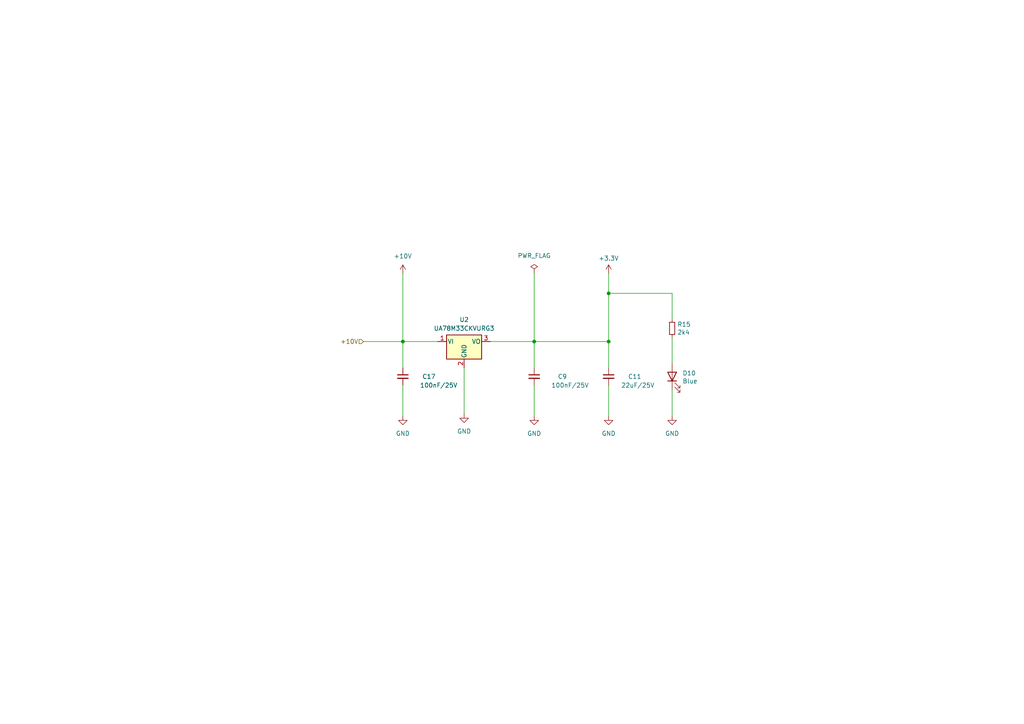
<source format=kicad_sch>
(kicad_sch (version 20230121) (generator eeschema)
  (paper "A4")
  (title_block (title "3V3 Supply") (date "2024-02-20") (rev "2"))
  (lib_symbols
    (symbol "Device:C_Small" (pin_numbers hide) (pin_names (offset 0.254) hide)
      (property "Reference" "C" (at 0.254 1.778 0))
      (property "Value" "C_Small" (at 0.254 -2.032 0))
      (symbol "C_Small_0_1"
        (polyline (pts (xy -1.524 -0.508) (xy 1.524 -0.508)) (stroke (width 0.3302)))
        (polyline (pts (xy -1.524 0.508) (xy 1.524 0.508)) (stroke (width 0.3048)))
      )
      (symbol "C_Small_1_1"
        (pin passive line (at 0 2.54 270) (length 2.032) (name "~") (number "1"))
        (pin passive line (at 0 -2.54 90) (length 2.032) (name "~") (number "2"))
      )
    )
    (symbol "Device:LED" (pin_numbers hide) (pin_names (offset 1.016) hide)
      (property "Reference" "D" (at 0 2.54 0))
      (property "Value" "LED" (at 0 -2.54 0))
      (symbol "LED_0_1"
        (polyline (pts (xy -1.27 -1.27) (xy -1.27 1.27)) (stroke (width 0.254)))
        (polyline (pts (xy -1.27 0) (xy 1.27 0)))
        (polyline (pts (xy 1.27 -1.27) (xy 1.27 1.27) (xy -1.27 0) (xy 1.27 -1.27)) (stroke (width 0.254)))
        (polyline (pts (xy -3.048 -0.762) (xy -4.572 -2.286) (xy -3.81 -2.286) (xy -4.572 -2.286) (xy -4.572 -1.524)))
        (polyline (pts (xy -1.778 -0.762) (xy -3.302 -2.286) (xy -2.54 -2.286) (xy -3.302 -2.286) (xy -3.302 -1.524)))
      )
      (symbol "LED_1_1"
        (pin passive line (at -3.81 0 0) (length 2.54) (name "K") (number "1"))
        (pin passive line (at 3.81 0 180) (length 2.54) (name "A") (number "2"))
      )
    )
    (symbol "Device:R_Small" (pin_numbers hide) (pin_names (offset 0.254) hide)
      (property "Reference" "R" (at 0.762 0.508 0))
      (property "Value" "R_Small" (at 0.762 -1.016 0))
      (symbol "R_Small_0_1"
        (rectangle (start -0.762 1.778) (end 0.762 -1.778) (stroke (width 0.2032)))
      )
      (symbol "R_Small_1_1"
        (pin passive line (at 0 2.54 270) (length 0.762) (name "~") (number "1"))
        (pin passive line (at 0 -2.54 90) (length 0.762) (name "~") (number "2"))
      )
    )
    (symbol "Regulator_Linear:LM78M05_TO252" (pin_names (offset 0.254))
      (property "Reference" "U" (at -3.81 3.175 0))
      (property "Value" "LM78M05_TO252" (at 0 3.175 0))
      (symbol "LM78M05_TO252_0_1"
        (rectangle (start -5.08 1.905) (end 5.08 -5.08) (stroke (width 0.254)) (fill (type background)))
      )
      (symbol "LM78M05_TO252_1_1"
        (pin power_in line (at -7.62 0 0) (length 2.54) (name "VI") (number "1"))
        (pin power_in line (at 0 -7.62 90) (length 2.54) (name "GND") (number "2"))
        (pin power_out line (at 7.62 0 180) (length 2.54) (name "VO") (number "3"))
      )
    )
    (symbol "power:+10V" (power) (pin_names (offset 0))
      (property "Value" "+10V" (at 0 3.556 0))
      (symbol "+10V_0_1"
        (polyline (pts (xy -0.762 1.27) (xy 0 2.54)))
        (polyline (pts (xy 0 0) (xy 0 2.54)))
        (polyline (pts (xy 0 2.54) (xy 0.762 1.27)))
      )
      (symbol "+10V_1_1"
        (pin power_in line (at 0 0 90) (length 0) hide (name "+10V") (number "1"))
      )
    )
    (symbol "power:+3.3V" (power) (pin_names (offset 0))
      (property "Value" "+3.3V" (at 0 3.556 0))
      (symbol "+3.3V_0_1"
        (polyline (pts (xy -0.762 1.27) (xy 0 2.54)))
        (polyline (pts (xy 0 0) (xy 0 2.54)))
        (polyline (pts (xy 0 2.54) (xy 0.762 1.27)))
      )
      (symbol "+3.3V_1_1"
        (pin power_in line (at 0 0 90) (length 0) hide (name "+3.3V") (number "1"))
      )
    )
    (symbol "power:GND" (power) (pin_names (offset 0))
      (property "Value" "GND" (at 0 -3.81 0))
      (symbol "GND_0_1"
        (polyline (pts (xy 0 0) (xy 0 -1.27) (xy 1.27 -1.27) (xy 0 -2.54) (xy -1.27 -1.27) (xy 0 -1.27)))
      )
      (symbol "GND_1_1"
        (pin power_in line (at 0 0 270) (length 0) hide (name "GND") (number "1"))
      )
    )
    (symbol "power:PWR_FLAG" (power) (pin_numbers hide) (pin_names (offset 0) hide)
      (property "Value" "PWR_FLAG" (at 0 3.81 0))
      (symbol "PWR_FLAG_0_0"
        (pin power_out line (at 0 0 90) (length 0) (name "pwr") (number "1"))
      )
      (symbol "PWR_FLAG_0_1"
        (polyline (pts (xy 0 0) (xy 0 1.27) (xy -1.016 1.905) (xy 0 2.54) (xy 1.016 1.905) (xy 0 1.27)))
      )
    )
  )
  (junction (at 154.94 99.06))
  (junction (at 176.53 99.06))
  (junction (at 176.53 85.09))
  (junction (at 116.84 99.06))
  (wire (pts (xy 176.53 79.375) (xy 176.53 85.09)))
  (wire (pts (xy 194.945 85.09) (xy 194.945 92.71)))
  (wire (pts (xy 176.53 99.06) (xy 176.53 106.68)))
  (wire (pts (xy 116.84 79.375) (xy 116.84 99.06)))
  (wire (pts (xy 176.53 85.09) (xy 176.53 99.06)))
  (wire (pts (xy 194.945 97.79) (xy 194.945 105.41)))
  (wire (pts (xy 154.94 99.06) (xy 176.53 99.06)))
  (wire (pts (xy 142.24 99.06) (xy 154.94 99.06)))
  (wire (pts (xy 154.94 79.248) (xy 154.94 99.06)))
  (wire (pts (xy 134.62 106.68) (xy 134.62 120.015)))
  (wire (pts (xy 105.41 99.06) (xy 116.84 99.06)))
  (wire (pts (xy 127 99.06) (xy 116.84 99.06)))
  (wire (pts (xy 194.945 113.03) (xy 194.945 120.65)))
  (wire (pts (xy 116.84 99.06) (xy 116.84 106.68)))
  (wire (pts (xy 176.53 111.76) (xy 176.53 120.65)))
  (wire (pts (xy 154.94 99.06) (xy 154.94 106.68)))
  (wire (pts (xy 116.84 111.76) (xy 116.84 120.65)))
  (wire (pts (xy 154.94 111.76) (xy 154.94 120.65)))
  (wire (pts (xy 176.53 85.09) (xy 194.945 85.09)))
  (hierarchical_label "+10V" (shape input) (at 105.41 99.06 180))
  (symbol (lib_id "Device:LED") (at 194.945 109.22 90) (unit 1)
    (property "Reference" "D10" (at 197.9422 108.2294 90) (effects (justify right)))
    (property "Value" "Blue" (at 197.9422 110.5408 90) (effects (justify right)))
    (property "Footprint" "Diode_SMD:D_0603_1608Metric" (effects hide))
    (property "Datasheet" "https://cz.mouser.com/datasheet/2/239/Lite-On-LTST-C193TBKT-5A-1175300.pdf" (effects hide))
    (property "Vendor" "https://cz.mouser.com/ProductDetail/Lite-On/LTST-C193TBKT-5A?qs=xIkB7y1OTorvzzuuxuVkOA%3D%3D" (effects hide))
    (property "CENA" "6,48" (effects hide))
    (property "MNUMBER " "LTSTC193TBKT5A" (effects hide))
    (property "OBJCISLO" "859-LTSTC193TBKT5A" (effects hide))
    (property "POZN" "v cimře" (effects hide))
  )
  (symbol (lib_id "power:GND") (at 134.62 120.015 0) (unit 1)
    (property "Reference" "#PWR028" (effects hide))
    (property "Value" "GND" (at 134.62 125.095 0))
  )
  (symbol (lib_id "power:GND") (at 116.84 120.65 0) (unit 1)
    (property "Reference" "#PWR013" (effects hide))
    (property "Value" "GND" (at 116.84 125.73 0))
  )
  (symbol (lib_id "Device:C_Small") (at 154.94 109.22 0) (mirror y) (unit 1)
    (property "Reference" "C9" (at 164.465 109.22 0) (effects (justify left)))
    (property "Value" "100nF/25V" (at 170.815 111.76 0) (effects (justify left)))
    (property "Footprint" "Capacitor_SMD:C_0603_1608Metric" (effects hide))
    (property "Datasheet" "https://cz.mouser.com/datasheet/2/585/MLCC_Automotive-1837966.pdf" (effects hide))
    (property "Vendor" "https://cz.mouser.com/ProductDetail/KEMET/C0603C104M3RACTU?qs=7q2aiX3Gdlh4qBRaMcnohQ%3D%3D" (effects hide))
    (property "CENA" "2,23" (effects hide))
    (property "MNUMBER " "CL10B104KA8WPNC " (effects hide))
    (property "OBJCISLO" "187-CL10B104KA8WPNC" (effects hide))
    (property "POZN" "v cimře" (effects hide))
  )
  (symbol (lib_id "Device:C_Small") (at 116.84 109.22 0) (mirror y) (unit 1)
    (property "Reference" "C17" (at 126.365 109.22 0) (effects (justify left)))
    (property "Value" "100nF/25V" (at 132.715 111.76 0) (effects (justify left)))
    (property "Footprint" "Capacitor_SMD:C_0603_1608Metric" (effects hide))
    (property "Datasheet" "https://cz.mouser.com/datasheet/2/585/MLCC_Automotive-1837966.pdf" (effects hide))
    (property "Vendor" "https://cz.mouser.com/ProductDetail/KEMET/C0603C104M3RACTU?qs=7q2aiX3Gdlh4qBRaMcnohQ%3D%3D" (effects hide))
    (property "CENA" "2,23" (effects hide))
    (property "MNUMBER " "CL10B104KA8WPNC " (effects hide))
    (property "OBJCISLO" "187-CL10B104KA8WPNC" (effects hide))
    (property "POZN" "v cimře" (effects hide))
  )
  (symbol (lib_id "Regulator_Linear:LM78M05_TO252") (at 134.62 99.06 0) (unit 1)
    (property "Reference" "U2" (at 134.62 92.71 0))
    (property "Value" "UA78M33CKVURG3" (at 134.62 95.25 0))
    (property "Footprint" "Package_TO_SOT_SMD:TO-252-2" (effects hide))
    (property "Datasheet" "https://www.ti.com/lit/ds/symlink/ua78m.pdf?ts=1708768034467&ref_url=https%253A%252F%252Fcz.mouser.com%252F" (effects hide))
    (property "CENA" "13,8" (effects hide))
    (property "MNUMBER " "UA78M33CKVURG3 " (effects hide))
    (property "OBJCISLO" "595-UA78M33CKVURG3 " (effects hide))
    (property "Vendor" "https://cz.mouser.com/ProductDetail/Texas-Instruments/UA78M33CKVURG3?qs=0O%2FZFlpUpJXrDg4gfD1Q2g%3D%3D" (effects hide))
  )
  (symbol (lib_id "power:+10V") (at 116.84 79.375 0) (unit 1)
    (property "Reference" "#PWR026" (effects hide))
    (property "Value" "+10V" (at 116.84 74.295 0))
  )
  (symbol (lib_id "Device:C_Small") (at 176.53 109.22 0) (mirror y) (unit 1)
    (property "Reference" "C11" (at 186.055 109.22 0) (effects (justify left)))
    (property "Value" "22uF/25V" (at 189.865 111.76 0) (effects (justify left)))
    (property "Footprint" "Capacitor_SMD:C_0805_2012Metric" (effects hide))
    (property "Datasheet" "https://cz.mouser.com/datasheet/2/585/MLCC-1837944.pdf" (effects hide))
    (property "Vendor" "https://cz.mouser.com/ProductDetail/Samsung-Electro-Mechanics/CL21A226MAYNNNE?qs=xZ%2FP%252Ba9zWqY%2FVvCfXjMhqg%3D%3D" (effects hide))
    (property "CENA" "5,59" (effects hide))
    (property "MNUMBER " "CL21A226MAYNNNE " (effects hide))
    (property "OBJCISLO" "187-CL21A226MAYNNNE " (effects hide))
  )
  (symbol (lib_id "power:GND") (at 176.53 120.65 0) (unit 1)
    (property "Reference" "#PWR031" (effects hide))
    (property "Value" "GND" (at 176.53 125.73 0))
  )
  (symbol (lib_id "power:GND") (at 154.94 120.65 0) (unit 1)
    (property "Reference" "#PWR029" (effects hide))
    (property "Value" "GND" (at 154.94 125.73 0))
  )
  (symbol (lib_id "power:GND") (at 194.945 120.65 0) (unit 1)
    (property "Reference" "#PWR032" (effects hide))
    (property "Value" "GND" (at 194.945 125.73 0))
  )
  (symbol (lib_id "power:+3.3V") (at 176.53 79.375 0) (unit 1)
    (property "Reference" "#PWR030" (effects hide))
    (property "Value" "+3.3V" (at 176.53 74.93 0))
  )
  (symbol (lib_id "power:PWR_FLAG") (at 154.94 79.248 0) (unit 1)
    (property "Reference" "#FLG03" (effects hide))
    (property "Value" "PWR_FLAG" (at 154.94 74.168 0))
  )
  (symbol (lib_id "Device:R_Small") (at 194.945 95.25 0) (unit 1)
    (property "Reference" "R15" (at 196.4436 94.0816 0) (effects (justify left)))
    (property "Value" "2k4" (at 196.4436 96.393 0) (effects (justify left)))
    (property "Footprint" "Resistor_SMD:R_0603_1608Metric" (effects hide))
    (property "Datasheet" "https://www.tme.eu/Document/c283990e907c122bb808207d1578ac7f/POWER_RATING-DTE.pdf" (effects hide))
    (property "Vendor" "https://www.tme.eu/cz/en/details/smd0603-2.4k/smd-resistors/royal-ohm/0603saj0242t5e/" (effects hide))
    (property "CENA" "0.303 (100+)" (effects hide))
    (property "MNUMBER " "0603SAJ0242T5E" (effects hide))
    (property "OBJCISLO" "SMD0603-2.4K" (effects hide))
    (property "POZN" "v cimře" (effects hide))
  )
)
</source>
